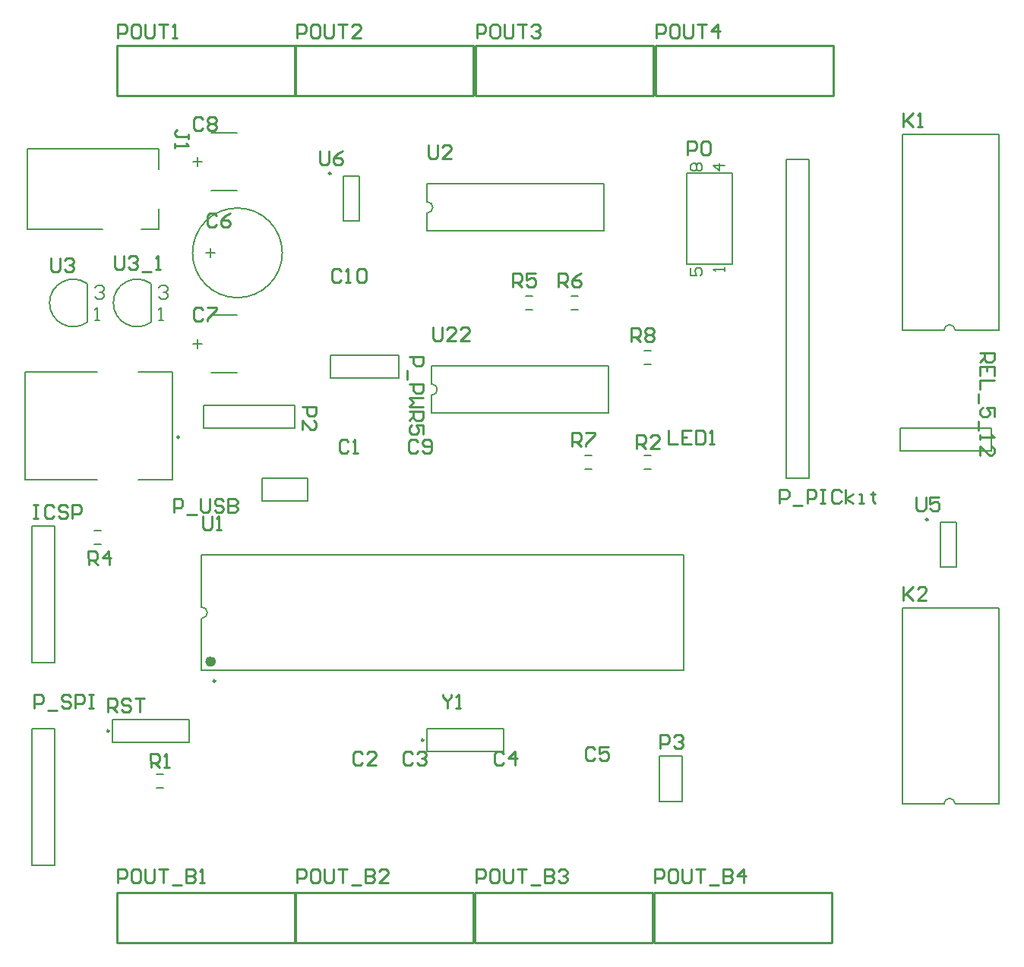
<source format=gto>
%FSLAX42Y42*%
%MOMM*%
G71*
G01*
G75*
%ADD10R,1.10X1.40*%
%ADD11O,2.20X0.60*%
%ADD12R,1.10X1.70*%
%ADD13R,1.40X6.70*%
%ADD14C,0.64*%
%ADD15C,0.55*%
%ADD16C,0.30*%
%ADD17C,3.81*%
%ADD18R,3.81X3.81*%
%ADD19R,1.85X1.85*%
%ADD20C,1.85*%
%ADD21C,1.50*%
%ADD22R,1.50X1.50*%
%ADD23R,1.50X1.50*%
%ADD24O,2.00X1.00*%
%ADD25O,2.00X1.00*%
%ADD26C,1.52*%
%ADD27C,3.80*%
%ADD28R,1.60X1.60*%
%ADD29C,1.60*%
%ADD30C,1.50*%
%ADD31R,1.50X1.50*%
%ADD32R,1.50X1.50*%
%ADD33O,2.00X4.50*%
%ADD34O,2.00X4.00*%
%ADD35O,4.00X2.00*%
%ADD36C,1.27*%
%ADD37C,0.25*%
%ADD38C,0.20*%
%ADD39C,0.60*%
%ADD40C,0.25*%
%ADD41C,0.20*%
%ADD42C,0.15*%
D37*
X25749Y18796D02*
G03*
X25749Y18796I-12J0D01*
G01*
X23026Y22176D02*
G03*
X23026Y22176I-12J0D01*
G01*
X24715Y25117D02*
G03*
X24715Y25117I-12J0D01*
G01*
X31370Y21256D02*
G03*
X31370Y21256I-12J0D01*
G01*
X23428Y19456D02*
G03*
X23428Y19456I-12J0D01*
G01*
X22244Y18898D02*
G03*
X22244Y18898I-12J0D01*
G01*
D38*
X24173Y24232D02*
G03*
X24173Y24232I-500J0D01*
G01*
X22707Y23890D02*
G03*
X22707Y23456I-152J-217D01*
G01*
X31674Y18083D02*
G03*
X31547Y18083I-63J0D01*
G01*
X31674Y23366D02*
G03*
X31547Y23366I-63J0D01*
G01*
X21996Y23890D02*
G03*
X21996Y23456I-152J-217D01*
G01*
X23274Y20155D02*
G03*
X23274Y20282I0J63D01*
G01*
X25787Y24676D02*
G03*
X25787Y24803I0J63D01*
G01*
X25837Y22644D02*
G03*
X25837Y22771I0J63D01*
G01*
X25785Y18923D02*
X26641D01*
Y18669D02*
Y18923D01*
X25785Y18669D02*
X26641D01*
X25785D02*
Y18923D01*
X29185Y24105D02*
Y25121D01*
X28677Y24105D02*
X29185D01*
X28677D02*
Y25121D01*
X29185D01*
X31064Y22022D02*
Y22276D01*
X32080D01*
X31064Y22022D02*
X32080D01*
Y22276D01*
X22710Y23463D02*
Y23883D01*
X24714Y22835D02*
Y23089D01*
X25476D01*
Y22835D02*
Y23089D01*
X24714Y22835D02*
X25476D01*
X21636Y17399D02*
Y18923D01*
X21382Y17399D02*
Y18923D01*
Y17399D02*
X21636D01*
X21382Y18923D02*
X21636D01*
X29794Y21717D02*
X30048D01*
X29794D02*
Y25273D01*
X30048D01*
Y25082D02*
Y25273D01*
Y21717D02*
Y25082D01*
X21309Y21699D02*
X22107D01*
X21309D02*
Y22903D01*
X22107D01*
X22567D02*
X22949D01*
Y21699D02*
Y22903D01*
X22567Y21699D02*
X22949D01*
X31674Y18083D02*
X32163D01*
X31084Y20271D02*
X32163D01*
Y18083D02*
Y20271D01*
X31084Y18083D02*
Y20271D01*
Y18083D02*
X31544D01*
X31674Y23366D02*
X32163D01*
X31084Y25554D02*
X32163D01*
Y23366D02*
Y25554D01*
X31084Y23366D02*
Y25554D01*
Y23366D02*
X31544D01*
X24853Y24591D02*
X25033D01*
X24853Y25091D02*
X25033D01*
Y24591D02*
Y25091D01*
X24853Y24591D02*
Y25091D01*
X31508Y20730D02*
X31688D01*
X31508Y21230D02*
X31688D01*
Y20730D02*
Y21230D01*
X31508Y20730D02*
Y21230D01*
X28205Y21970D02*
X28285D01*
X28205Y21820D02*
X28285D01*
X21636Y19662D02*
Y21186D01*
X21382Y19662D02*
Y21186D01*
Y19662D02*
X21636D01*
X21382Y21186D02*
X21636D01*
X23292Y22276D02*
Y22530D01*
X24308D01*
X23292Y22276D02*
X24308D01*
Y22530D01*
X21999Y23463D02*
Y23883D01*
X28644Y19573D02*
Y20863D01*
X23274Y20282D02*
Y20863D01*
Y19573D02*
Y20155D01*
Y20863D02*
X28644D01*
X23274Y19573D02*
X28644D01*
X25787Y25005D02*
X27757D01*
X25787Y24475D02*
X27757D01*
Y25005D01*
X25787Y24803D02*
Y25005D01*
Y24475D02*
Y24676D01*
X21336Y24493D02*
X22166D01*
X22606D02*
X22796D01*
Y24723D01*
X21336Y24493D02*
Y25393D01*
X22796D01*
Y25163D02*
Y25393D01*
X22769Y18264D02*
X22849D01*
X22769Y18414D02*
X22849D01*
X22076Y20984D02*
X22156D01*
X22076Y21134D02*
X22156D01*
X22280Y19025D02*
X23136D01*
Y18771D02*
Y19025D01*
X22280Y18771D02*
X23136D01*
X22280D02*
Y19025D01*
X25837Y22443D02*
Y22644D01*
Y22771D02*
Y22973D01*
X27807Y22443D02*
Y22973D01*
X25837Y22443D02*
X27807D01*
X25837Y22973D02*
X27807D01*
X26884Y23748D02*
X26964D01*
X26884Y23598D02*
X26964D01*
X27392Y23748D02*
X27472D01*
X27392Y23598D02*
X27472D01*
X27544Y21970D02*
X27624D01*
X27544Y21820D02*
X27624D01*
X28205Y23138D02*
X28285D01*
X28205Y22988D02*
X28285D01*
X23952Y21463D02*
X24460D01*
Y21717D01*
X23952D02*
X24460D01*
X23952Y21463D02*
Y21717D01*
X28372Y18110D02*
Y18618D01*
Y18110D02*
X28626D01*
Y18618D01*
X28372D02*
X28626D01*
X23385Y23541D02*
X23665D01*
X23385Y22891D02*
X23665D01*
X23385Y25573D02*
X23665D01*
X23385Y24923D02*
X23665D01*
D39*
X23404Y19673D02*
G03*
X23404Y19673I-30J0D01*
G01*
D40*
X26319Y16535D02*
X28301D01*
X26319Y17094D02*
X28301D01*
Y16535D02*
Y17094D01*
X26319Y16535D02*
Y17094D01*
X24323Y16535D02*
X26304D01*
X24323Y17094D02*
X26304D01*
Y16535D02*
Y17094D01*
X24323Y16535D02*
Y17094D01*
X26327Y25984D02*
X28308D01*
X26327Y26543D02*
X28308D01*
Y25984D02*
Y26543D01*
X26327Y25984D02*
Y26543D01*
X24323Y25984D02*
X26304D01*
X24323Y26543D02*
X26304D01*
Y25984D02*
Y26543D01*
X24323Y25984D02*
Y26543D01*
X22327Y25984D02*
X24308D01*
X22327Y26543D02*
X24308D01*
Y25984D02*
Y26543D01*
X22327Y25984D02*
Y26543D01*
X28331Y25984D02*
Y26543D01*
X30312Y25984D02*
Y26543D01*
X28331D02*
X30312D01*
X28331Y25984D02*
X30312D01*
X28316Y16535D02*
X30297D01*
X28316Y17094D02*
X30297D01*
Y16535D02*
Y17094D01*
X28316Y16535D02*
Y17094D01*
X22327Y16535D02*
Y17094D01*
X24308Y16535D02*
Y17094D01*
X22327D02*
X24308D01*
X22327Y16535D02*
X24308D01*
X28693Y25328D02*
Y25480D01*
X28769D01*
X28795Y25455D01*
Y25404D01*
X28769Y25378D01*
X28693D01*
X28922Y25480D02*
X28871D01*
X28845Y25455D01*
Y25353D01*
X28871Y25328D01*
X28922D01*
X28947Y25353D01*
Y25455D01*
X28922Y25480D01*
X22305Y24202D02*
Y24075D01*
X22330Y24050D01*
X22381D01*
X22407Y24075D01*
Y24202D01*
X22457Y24177D02*
X22483Y24202D01*
X22534D01*
X22559Y24177D01*
Y24152D01*
X22534Y24126D01*
X22508D01*
X22534D01*
X22559Y24101D01*
Y24075D01*
X22534Y24050D01*
X22483D01*
X22457Y24075D01*
X22610Y24025D02*
X22711D01*
X22762Y24050D02*
X22813D01*
X22787D01*
Y24202D01*
X22762Y24177D01*
X31953Y23114D02*
X32106D01*
Y23038D01*
X32080Y23012D01*
X32029D01*
X32004Y23038D01*
Y23114D01*
Y23063D02*
X31953Y23012D01*
X32106Y22860D02*
Y22962D01*
X31953D01*
Y22860D01*
X32029Y22962D02*
Y22911D01*
X32106Y22809D02*
X31953D01*
Y22708D01*
X31928Y22657D02*
Y22555D01*
X32106Y22403D02*
Y22505D01*
X32029D01*
X32055Y22454D01*
Y22428D01*
X32029Y22403D01*
X31979D01*
X31953Y22428D01*
Y22479D01*
X31979Y22505D01*
X31928Y22352D02*
Y22251D01*
X31953Y22200D02*
Y22149D01*
Y22175D01*
X32106D01*
X32080Y22200D01*
X31953Y21971D02*
Y22073D01*
X32055Y21971D01*
X32080D01*
X32106Y21997D01*
Y22048D01*
X32080Y22073D01*
X25852Y23404D02*
Y23277D01*
X25878Y23251D01*
X25928D01*
X25954Y23277D01*
Y23404D01*
X26106Y23251D02*
X26004D01*
X26106Y23353D01*
Y23378D01*
X26081Y23404D01*
X26030D01*
X26004Y23378D01*
X26258Y23251D02*
X26157D01*
X26258Y23353D01*
Y23378D01*
X26233Y23404D01*
X26182D01*
X26157Y23378D01*
X24826Y24026D02*
X24801Y24051D01*
X24750D01*
X24724Y24026D01*
Y23924D01*
X24750Y23899D01*
X24801D01*
X24826Y23924D01*
X24877Y23899D02*
X24927D01*
X24902D01*
Y24051D01*
X24877Y24026D01*
X25004D02*
X25029Y24051D01*
X25080D01*
X25105Y24026D01*
Y23924D01*
X25080Y23899D01*
X25029D01*
X25004Y23924D01*
Y24026D01*
X23289Y25725D02*
X23264Y25750D01*
X23213D01*
X23187Y25725D01*
Y25624D01*
X23213Y25598D01*
X23264D01*
X23289Y25624D01*
X23340Y25725D02*
X23365Y25750D01*
X23416D01*
X23441Y25725D01*
Y25700D01*
X23416Y25674D01*
X23441Y25649D01*
Y25624D01*
X23416Y25598D01*
X23365D01*
X23340Y25624D01*
Y25649D01*
X23365Y25674D01*
X23340Y25700D01*
Y25725D01*
X23365Y25674D02*
X23416D01*
X23289Y23599D02*
X23264Y23624D01*
X23213D01*
X23187Y23599D01*
Y23498D01*
X23213Y23472D01*
X23264D01*
X23289Y23498D01*
X23340Y23624D02*
X23441D01*
Y23599D01*
X23340Y23498D01*
Y23472D01*
X23437Y24646D02*
X23411Y24671D01*
X23360D01*
X23335Y24646D01*
Y24544D01*
X23360Y24519D01*
X23411D01*
X23437Y24544D01*
X23589Y24671D02*
X23538Y24646D01*
X23487Y24595D01*
Y24544D01*
X23513Y24519D01*
X23564D01*
X23589Y24544D01*
Y24569D01*
X23564Y24595D01*
X23487D01*
X28329Y17209D02*
Y17361D01*
X28405D01*
X28430Y17335D01*
Y17285D01*
X28405Y17259D01*
X28329D01*
X28557Y17361D02*
X28506D01*
X28481Y17335D01*
Y17234D01*
X28506Y17209D01*
X28557D01*
X28583Y17234D01*
Y17335D01*
X28557Y17361D01*
X28633D02*
Y17234D01*
X28659Y17209D01*
X28709D01*
X28735Y17234D01*
Y17361D01*
X28786D02*
X28887D01*
X28836D01*
Y17209D01*
X28938Y17183D02*
X29040D01*
X29090Y17361D02*
Y17209D01*
X29167D01*
X29192Y17234D01*
Y17259D01*
X29167Y17285D01*
X29090D01*
X29167D01*
X29192Y17310D01*
Y17335D01*
X29167Y17361D01*
X29090D01*
X29319Y17209D02*
Y17361D01*
X29243Y17285D01*
X29344D01*
X26332Y17209D02*
Y17361D01*
X26408D01*
X26434Y17335D01*
Y17285D01*
X26408Y17259D01*
X26332D01*
X26561Y17361D02*
X26510D01*
X26485Y17335D01*
Y17234D01*
X26510Y17209D01*
X26561D01*
X26586Y17234D01*
Y17335D01*
X26561Y17361D01*
X26637D02*
Y17234D01*
X26662Y17209D01*
X26713D01*
X26738Y17234D01*
Y17361D01*
X26789D02*
X26891D01*
X26840D01*
Y17209D01*
X26942Y17183D02*
X27043D01*
X27094Y17361D02*
Y17209D01*
X27170D01*
X27196Y17234D01*
Y17259D01*
X27170Y17285D01*
X27094D01*
X27170D01*
X27196Y17310D01*
Y17335D01*
X27170Y17361D01*
X27094D01*
X27246Y17335D02*
X27272Y17361D01*
X27322D01*
X27348Y17335D01*
Y17310D01*
X27322Y17285D01*
X27297D01*
X27322D01*
X27348Y17259D01*
Y17234D01*
X27322Y17209D01*
X27272D01*
X27246Y17234D01*
X24336Y17209D02*
Y17361D01*
X24412D01*
X24437Y17335D01*
Y17285D01*
X24412Y17259D01*
X24336D01*
X24564Y17361D02*
X24513D01*
X24488Y17335D01*
Y17234D01*
X24513Y17209D01*
X24564D01*
X24590Y17234D01*
Y17335D01*
X24564Y17361D01*
X24640D02*
Y17234D01*
X24666Y17209D01*
X24717D01*
X24742Y17234D01*
Y17361D01*
X24793D02*
X24894D01*
X24844D01*
Y17209D01*
X24945Y17183D02*
X25047D01*
X25097Y17361D02*
Y17209D01*
X25174D01*
X25199Y17234D01*
Y17259D01*
X25174Y17285D01*
X25097D01*
X25174D01*
X25199Y17310D01*
Y17335D01*
X25174Y17361D01*
X25097D01*
X25351Y17209D02*
X25250D01*
X25351Y17310D01*
Y17335D01*
X25326Y17361D01*
X25275D01*
X25250Y17335D01*
X22339Y17209D02*
Y17361D01*
X22415D01*
X22441Y17335D01*
Y17285D01*
X22415Y17259D01*
X22339D01*
X22568Y17361D02*
X22517D01*
X22492Y17335D01*
Y17234D01*
X22517Y17209D01*
X22568D01*
X22593Y17234D01*
Y17335D01*
X22568Y17361D01*
X22644D02*
Y17234D01*
X22669Y17209D01*
X22720D01*
X22746Y17234D01*
Y17361D01*
X22796D02*
X22898D01*
X22847D01*
Y17209D01*
X22949Y17183D02*
X23050D01*
X23101Y17361D02*
Y17209D01*
X23177D01*
X23203Y17234D01*
Y17259D01*
X23177Y17285D01*
X23101D01*
X23177D01*
X23203Y17310D01*
Y17335D01*
X23177Y17361D01*
X23101D01*
X23253Y17209D02*
X23304D01*
X23279D01*
Y17361D01*
X23253Y17335D01*
X26340Y26632D02*
Y26784D01*
X26416D01*
X26441Y26759D01*
Y26708D01*
X26416Y26683D01*
X26340D01*
X26568Y26784D02*
X26518D01*
X26492Y26759D01*
Y26657D01*
X26518Y26632D01*
X26568D01*
X26594Y26657D01*
Y26759D01*
X26568Y26784D01*
X26645D02*
Y26657D01*
X26670Y26632D01*
X26721D01*
X26746Y26657D01*
Y26784D01*
X26797D02*
X26898D01*
X26848D01*
Y26632D01*
X26949Y26759D02*
X26975Y26784D01*
X27025D01*
X27051Y26759D01*
Y26733D01*
X27025Y26708D01*
X27000D01*
X27025D01*
X27051Y26683D01*
Y26657D01*
X27025Y26632D01*
X26975D01*
X26949Y26657D01*
X28344Y26632D02*
Y26784D01*
X28420D01*
X28445Y26759D01*
Y26708D01*
X28420Y26683D01*
X28344D01*
X28572Y26784D02*
X28522D01*
X28496Y26759D01*
Y26657D01*
X28522Y26632D01*
X28572D01*
X28598Y26657D01*
Y26759D01*
X28572Y26784D01*
X28649D02*
Y26657D01*
X28674Y26632D01*
X28725D01*
X28750Y26657D01*
Y26784D01*
X28801D02*
X28902D01*
X28852D01*
Y26632D01*
X29029D02*
Y26784D01*
X28953Y26708D01*
X29055D01*
X24336Y26632D02*
Y26784D01*
X24412D01*
X24437Y26759D01*
Y26708D01*
X24412Y26683D01*
X24336D01*
X24564Y26784D02*
X24513D01*
X24488Y26759D01*
Y26657D01*
X24513Y26632D01*
X24564D01*
X24590Y26657D01*
Y26759D01*
X24564Y26784D01*
X24640D02*
Y26657D01*
X24666Y26632D01*
X24717D01*
X24742Y26657D01*
Y26784D01*
X24793D02*
X24894D01*
X24844D01*
Y26632D01*
X25047D02*
X24945D01*
X25047Y26733D01*
Y26759D01*
X25021Y26784D01*
X24971D01*
X24945Y26759D01*
X22339Y26632D02*
Y26784D01*
X22415D01*
X22441Y26759D01*
Y26708D01*
X22415Y26683D01*
X22339D01*
X22568Y26784D02*
X22517D01*
X22492Y26759D01*
Y26657D01*
X22517Y26632D01*
X22568D01*
X22593Y26657D01*
Y26759D01*
X22568Y26784D01*
X22644D02*
Y26657D01*
X22669Y26632D01*
X22720D01*
X22746Y26657D01*
Y26784D01*
X22796D02*
X22898D01*
X22847D01*
Y26632D01*
X22949D02*
X22999D01*
X22974D01*
Y26784D01*
X22949Y26759D01*
X22233Y19111D02*
Y19263D01*
X22309D01*
X22334Y19238D01*
Y19187D01*
X22309Y19162D01*
X22233D01*
X22283D02*
X22334Y19111D01*
X22487Y19238D02*
X22461Y19263D01*
X22410D01*
X22385Y19238D01*
Y19213D01*
X22410Y19187D01*
X22461D01*
X22487Y19162D01*
Y19136D01*
X22461Y19111D01*
X22410D01*
X22385Y19136D01*
X22537Y19263D02*
X22639D01*
X22588D01*
Y19111D01*
X22014Y20754D02*
X22013Y20907D01*
X22089Y20907D01*
X22114Y20882D01*
X22115Y20832D01*
X22090Y20806D01*
X22014Y20805D01*
X22064Y20806D02*
X22116Y20755D01*
X22243Y20757D02*
X22241Y20909D01*
X22166Y20832D01*
X22267Y20833D01*
X22708Y18491D02*
X22706Y18644D01*
X22782Y18644D01*
X22808Y18619D01*
X22808Y18568D01*
X22783Y18543D01*
X22707Y18542D01*
X22758Y18542D02*
X22809Y18492D01*
X22860Y18493D02*
X22911Y18493D01*
X22885Y18493D01*
X22884Y18645D01*
X22859Y18620D01*
X25681Y22123D02*
X25655Y22149D01*
X25604D01*
X25579Y22123D01*
Y22022D01*
X25604Y21996D01*
X25655D01*
X25681Y22022D01*
X25731D02*
X25757Y21996D01*
X25808D01*
X25833Y22022D01*
Y22123D01*
X25808Y22149D01*
X25757D01*
X25731Y22123D01*
Y22098D01*
X25757Y22073D01*
X25833D01*
X27659Y18693D02*
X27634Y18718D01*
X27583D01*
X27558Y18693D01*
Y18592D01*
X27583Y18566D01*
X27634D01*
X27659Y18592D01*
X27812Y18718D02*
X27710D01*
Y18642D01*
X27761Y18668D01*
X27786D01*
X27812Y18642D01*
Y18592D01*
X27786Y18566D01*
X27735D01*
X27710Y18592D01*
X25068Y18642D02*
X25043Y18668D01*
X24992D01*
X24967Y18642D01*
Y18541D01*
X24992Y18515D01*
X25043D01*
X25068Y18541D01*
X25221Y18515D02*
X25119D01*
X25221Y18617D01*
Y18642D01*
X25195Y18668D01*
X25145D01*
X25119Y18642D01*
X24909Y22123D02*
X24884Y22149D01*
X24833D01*
X24808Y22123D01*
Y22022D01*
X24833Y21996D01*
X24884D01*
X24909Y22022D01*
X24960Y21996D02*
X25011D01*
X24985D01*
Y22149D01*
X24960Y22123D01*
X23125Y25505D02*
Y25556D01*
Y25531D01*
X22998D01*
X22973Y25556D01*
Y25582D01*
X22998Y25607D01*
X22973Y25455D02*
Y25404D01*
Y25429D01*
X23125D01*
X23100Y25455D01*
X25801Y25436D02*
Y25309D01*
X25827Y25283D01*
X25877D01*
X25903Y25309D01*
Y25436D01*
X26055Y25283D02*
X25954D01*
X26055Y25385D01*
Y25410D01*
X26030Y25436D01*
X25979D01*
X25954Y25410D01*
X25959Y19304D02*
Y19279D01*
X26010Y19228D01*
X26060Y19279D01*
Y19304D01*
X26010Y19228D02*
Y19152D01*
X26111D02*
X26162D01*
X26137D01*
Y19304D01*
X26111Y19279D01*
X23289Y21295D02*
Y21168D01*
X23315Y21143D01*
X23365D01*
X23391Y21168D01*
Y21295D01*
X23442Y21143D02*
X23492D01*
X23467D01*
Y21295D01*
X23442Y21270D01*
X21594Y24177D02*
Y24050D01*
X21619Y24025D01*
X21670D01*
X21695Y24050D01*
Y24177D01*
X21746Y24152D02*
X21772Y24177D01*
X21822D01*
X21848Y24152D01*
Y24126D01*
X21822Y24101D01*
X21797D01*
X21822D01*
X21848Y24075D01*
Y24050D01*
X21822Y24025D01*
X21772D01*
X21746Y24050D01*
X24393Y22513D02*
X24545D01*
Y22437D01*
X24520Y22412D01*
X24469D01*
X24444Y22437D01*
Y22513D01*
X24393Y22259D02*
Y22361D01*
X24494Y22259D01*
X24520D01*
X24545Y22285D01*
Y22336D01*
X24520Y22361D01*
X25626Y18641D02*
X25601Y18666D01*
X25550D01*
X25524Y18641D01*
Y18539D01*
X25550Y18514D01*
X25601D01*
X25626Y18539D01*
X25677Y18641D02*
X25702Y18666D01*
X25753D01*
X25778Y18641D01*
Y18616D01*
X25753Y18590D01*
X25728D01*
X25753D01*
X25778Y18565D01*
Y18539D01*
X25753Y18514D01*
X25702D01*
X25677Y18539D01*
X26642Y18641D02*
X26617Y18666D01*
X26566D01*
X26540Y18641D01*
Y18539D01*
X26566Y18514D01*
X26617D01*
X26642Y18539D01*
X26769Y18514D02*
Y18666D01*
X26693Y18590D01*
X26794D01*
X21398Y21424D02*
X21449D01*
X21424D01*
Y21271D01*
X21398D01*
X21449D01*
X21627Y21398D02*
X21601Y21424D01*
X21551D01*
X21525Y21398D01*
Y21297D01*
X21551Y21271D01*
X21601D01*
X21627Y21297D01*
X21779Y21398D02*
X21754Y21424D01*
X21703D01*
X21678Y21398D01*
Y21373D01*
X21703Y21347D01*
X21754D01*
X21779Y21322D01*
Y21297D01*
X21754Y21271D01*
X21703D01*
X21678Y21297D01*
X21830Y21271D02*
Y21424D01*
X21906D01*
X21931Y21398D01*
Y21347D01*
X21906Y21322D01*
X21830D01*
X28478Y22248D02*
Y22095D01*
X28580D01*
X28732Y22248D02*
X28631D01*
Y22095D01*
X28732D01*
X28631Y22172D02*
X28682D01*
X28783Y22248D02*
Y22095D01*
X28859D01*
X28885Y22121D01*
Y22222D01*
X28859Y22248D01*
X28783D01*
X28936Y22095D02*
X28986D01*
X28961D01*
Y22248D01*
X28936Y22222D01*
X28125Y22050D02*
Y22202D01*
X28202D01*
X28227Y22177D01*
Y22126D01*
X28202Y22101D01*
X28125D01*
X28176D02*
X28227Y22050D01*
X28379D02*
X28278D01*
X28379Y22151D01*
Y22177D01*
X28354Y22202D01*
X28303D01*
X28278Y22177D01*
X31242Y21509D02*
Y21382D01*
X31267Y21356D01*
X31318D01*
X31344Y21382D01*
Y21509D01*
X31496D02*
X31394D01*
Y21432D01*
X31445Y21458D01*
X31471D01*
X31496Y21432D01*
Y21382D01*
X31471Y21356D01*
X31420D01*
X31394Y21382D01*
X24588Y25371D02*
Y25244D01*
X24614Y25218D01*
X24665D01*
X24690Y25244D01*
Y25371D01*
X24842D02*
X24792Y25345D01*
X24741Y25295D01*
Y25244D01*
X24766Y25218D01*
X24817D01*
X24842Y25244D01*
Y25269D01*
X24817Y25295D01*
X24741D01*
X31098Y25792D02*
Y25640D01*
Y25691D01*
X31200Y25792D01*
X31124Y25716D01*
X31200Y25640D01*
X31251D02*
X31302D01*
X31276D01*
Y25792D01*
X31251Y25767D01*
X31098Y20509D02*
Y20357D01*
Y20408D01*
X31200Y20509D01*
X31124Y20433D01*
X31200Y20357D01*
X31352D02*
X31251D01*
X31352Y20458D01*
Y20484D01*
X31327Y20509D01*
X31276D01*
X31251Y20484D01*
X22962Y21336D02*
Y21488D01*
X23038D01*
X23063Y21463D01*
Y21412D01*
X23038Y21387D01*
X22962D01*
X23114Y21311D02*
X23216D01*
X23266Y21488D02*
Y21361D01*
X23292Y21336D01*
X23342D01*
X23368Y21361D01*
Y21488D01*
X23520Y21463D02*
X23495Y21488D01*
X23444D01*
X23419Y21463D01*
Y21438D01*
X23444Y21412D01*
X23495D01*
X23520Y21387D01*
Y21361D01*
X23495Y21336D01*
X23444D01*
X23419Y21361D01*
X23571Y21488D02*
Y21336D01*
X23647D01*
X23673Y21361D01*
Y21387D01*
X23647Y21412D01*
X23571D01*
X23647D01*
X23673Y21438D01*
Y21463D01*
X23647Y21488D01*
X23571D01*
X29718Y21438D02*
Y21590D01*
X29794D01*
X29820Y21565D01*
Y21514D01*
X29794Y21488D01*
X29718D01*
X29870Y21412D02*
X29972D01*
X30023Y21438D02*
Y21590D01*
X30099D01*
X30124Y21565D01*
Y21514D01*
X30099Y21488D01*
X30023D01*
X30175Y21590D02*
X30226D01*
X30200D01*
Y21438D01*
X30175D01*
X30226D01*
X30404Y21565D02*
X30378Y21590D01*
X30327D01*
X30302Y21565D01*
Y21463D01*
X30327Y21438D01*
X30378D01*
X30404Y21463D01*
X30454Y21438D02*
Y21590D01*
Y21488D02*
X30531Y21539D01*
X30454Y21488D02*
X30531Y21438D01*
X30607D02*
X30657D01*
X30632D01*
Y21539D01*
X30607D01*
X30759Y21565D02*
Y21539D01*
X30734D01*
X30784D01*
X30759D01*
Y21463D01*
X30784Y21438D01*
X21407Y19152D02*
Y19304D01*
X21483D01*
X21509Y19279D01*
Y19228D01*
X21483Y19202D01*
X21407D01*
X21559Y19126D02*
X21661D01*
X21813Y19279D02*
X21788Y19304D01*
X21737D01*
X21712Y19279D01*
Y19253D01*
X21737Y19228D01*
X21788D01*
X21813Y19202D01*
Y19177D01*
X21788Y19152D01*
X21737D01*
X21712Y19177D01*
X21864Y19152D02*
Y19304D01*
X21940D01*
X21966Y19279D01*
Y19228D01*
X21940Y19202D01*
X21864D01*
X22017Y19304D02*
X22067D01*
X22042D01*
Y19152D01*
X22017D01*
X22067D01*
X25587Y23072D02*
X25739D01*
Y22996D01*
X25714Y22971D01*
X25663D01*
X25637Y22996D01*
Y23072D01*
X25561Y22920D02*
Y22818D01*
X25587Y22767D02*
X25739D01*
Y22691D01*
X25714Y22666D01*
X25663D01*
X25637Y22691D01*
Y22767D01*
X25739Y22615D02*
X25587D01*
X25637Y22564D01*
X25587Y22513D01*
X25739D01*
X25587Y22463D02*
X25739D01*
Y22387D01*
X25714Y22361D01*
X25663D01*
X25637Y22387D01*
Y22463D01*
Y22412D02*
X25587Y22361D01*
X25739Y22209D02*
Y22310D01*
X25663D01*
X25688Y22260D01*
Y22234D01*
X25663Y22209D01*
X25612D01*
X25587Y22234D01*
Y22285D01*
X25612Y22310D01*
X26745Y23849D02*
Y24002D01*
X26821D01*
X26846Y23976D01*
Y23926D01*
X26821Y23900D01*
X26745D01*
X26796D02*
X26846Y23849D01*
X26999Y24002D02*
X26897D01*
Y23926D01*
X26948Y23951D01*
X26973D01*
X26999Y23926D01*
Y23875D01*
X26973Y23849D01*
X26923D01*
X26897Y23875D01*
X27253Y23849D02*
Y24002D01*
X27329D01*
X27354Y23976D01*
Y23926D01*
X27329Y23900D01*
X27253D01*
X27304D02*
X27354Y23849D01*
X27507Y24002D02*
X27456Y23976D01*
X27405Y23926D01*
Y23875D01*
X27431Y23849D01*
X27481D01*
X27507Y23875D01*
Y23900D01*
X27481Y23926D01*
X27405D01*
X27405Y22071D02*
Y22224D01*
X27482D01*
X27507Y22198D01*
Y22148D01*
X27482Y22122D01*
X27405D01*
X27456D02*
X27507Y22071D01*
X27558Y22224D02*
X27659D01*
Y22198D01*
X27558Y22097D01*
Y22071D01*
X28066Y23240D02*
Y23392D01*
X28142D01*
X28167Y23367D01*
Y23316D01*
X28142Y23291D01*
X28066D01*
X28117D02*
X28167Y23240D01*
X28218Y23367D02*
X28243Y23392D01*
X28294D01*
X28320Y23367D01*
Y23341D01*
X28294Y23316D01*
X28320Y23291D01*
Y23265D01*
X28294Y23240D01*
X28243D01*
X28218Y23265D01*
Y23291D01*
X28243Y23316D01*
X28218Y23341D01*
Y23367D01*
X28243Y23316D02*
X28294D01*
X28388Y18703D02*
Y18856D01*
X28464D01*
X28490Y18830D01*
Y18779D01*
X28464Y18754D01*
X28388D01*
X28541Y18830D02*
X28566Y18856D01*
X28617D01*
X28642Y18830D01*
Y18805D01*
X28617Y18779D01*
X28591D01*
X28617D01*
X28642Y18754D01*
Y18729D01*
X28617Y18703D01*
X28566D01*
X28541Y18729D01*
D41*
X28727Y24062D02*
Y23978D01*
X28791D01*
X28770Y24020D01*
Y24041D01*
X28791Y24062D01*
X28833D01*
X28854Y24041D01*
Y23999D01*
X28833Y23978D01*
X29108Y24028D02*
Y24071D01*
Y24050D01*
X28981D01*
X29003Y24028D01*
X29108Y25209D02*
X28981D01*
X29045Y25146D01*
Y25231D01*
X28749Y25146D02*
X28727Y25167D01*
Y25209D01*
X28749Y25231D01*
X28770D01*
X28791Y25209D01*
X28812Y25231D01*
X28833D01*
X28854Y25209D01*
Y25167D01*
X28833Y25146D01*
X28812D01*
X28791Y25167D01*
X28770Y25146D01*
X28749D01*
X28791Y25167D02*
Y25209D01*
D42*
X22797Y23475D02*
X22847D01*
X22822D01*
Y23625D01*
X22797Y23600D01*
Y23844D02*
X22822Y23869D01*
X22872D01*
X22897Y23844D01*
Y23819D01*
X22872Y23794D01*
X22847D01*
X22872D01*
X22897Y23769D01*
Y23744D01*
X22872Y23720D01*
X22822D01*
X22797Y23744D01*
X22086Y23844D02*
X22111Y23869D01*
X22161D01*
X22186Y23844D01*
Y23819D01*
X22161Y23794D01*
X22136D01*
X22161D01*
X22186Y23769D01*
Y23744D01*
X22161Y23720D01*
X22111D01*
X22086Y23744D01*
Y23475D02*
X22136D01*
X22111D01*
Y23625D01*
X22086Y23600D01*
X23325Y24232D02*
X23425D01*
X23375Y24282D02*
Y24182D01*
X23178Y23216D02*
X23278D01*
X23228Y23266D02*
Y23166D01*
X23178Y25248D02*
X23278D01*
X23228Y25298D02*
Y25198D01*
M02*

</source>
